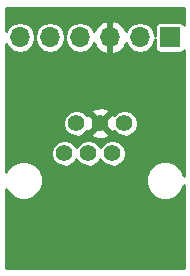
<source format=gtl>
%TF.GenerationSoftware,KiCad,Pcbnew,4.0.7*%
%TF.CreationDate,2017-12-10T14:33:21+08:00*%
%TF.ProjectId,rj12,726A31322E6B696361645F7063620000,rev?*%
%TF.FileFunction,Copper,L1,Top,Signal*%
%FSLAX46Y46*%
G04 Gerber Fmt 4.6, Leading zero omitted, Abs format (unit mm)*
G04 Created by KiCad (PCBNEW 4.0.7) date 12/10/17 14:33:21*
%MOMM*%
%LPD*%
G01*
G04 APERTURE LIST*
%ADD10C,0.100000*%
%ADD11C,0.435000*%
%ADD12C,1.400000*%
%ADD13R,1.700000X1.700000*%
%ADD14O,1.700000X1.700000*%
%ADD15C,0.254000*%
G04 APERTURE END LIST*
D10*
D11*
X13760000Y-19590000D03*
X6580000Y-5350000D03*
X6730000Y-17690000D03*
X2370000Y-17930000D03*
X13020000Y-11430000D03*
X2700000Y-12300000D03*
X11630000Y-16140000D03*
D12*
X5410000Y-12810000D03*
X6425000Y-10270000D03*
X7440000Y-12810000D03*
X8455000Y-10270000D03*
X9470000Y-12810000D03*
X10484995Y-10270000D03*
D13*
X14350000Y-3000000D03*
D14*
X11810000Y-3000000D03*
X9270000Y-3000000D03*
X6730000Y-3000000D03*
X4190000Y-3000000D03*
X1650000Y-3000000D03*
D15*
G36*
X15563000Y-1925575D02*
X15512073Y-1846433D01*
X15369381Y-1748936D01*
X15200000Y-1714635D01*
X13500000Y-1714635D01*
X13341763Y-1744409D01*
X13196433Y-1837927D01*
X13098936Y-1980619D01*
X13064635Y-2150000D01*
X13064635Y-2862546D01*
X12989794Y-2486295D01*
X12712975Y-2072007D01*
X12298687Y-1795188D01*
X11810000Y-1697982D01*
X11321313Y-1795188D01*
X10907025Y-2072007D01*
X10634691Y-2479583D01*
X10465183Y-2118642D01*
X10036924Y-1728355D01*
X9626890Y-1558524D01*
X9397000Y-1679845D01*
X9397000Y-2873000D01*
X9417000Y-2873000D01*
X9417000Y-3127000D01*
X9397000Y-3127000D01*
X9397000Y-4320155D01*
X9626890Y-4441476D01*
X10036924Y-4271645D01*
X10465183Y-3881358D01*
X10634691Y-3520417D01*
X10907025Y-3927993D01*
X11321313Y-4204812D01*
X11810000Y-4302018D01*
X12298687Y-4204812D01*
X12712975Y-3927993D01*
X12989794Y-3513705D01*
X13064635Y-3137454D01*
X13064635Y-3850000D01*
X13094409Y-4008237D01*
X13187927Y-4153567D01*
X13330619Y-4251064D01*
X13500000Y-4285365D01*
X15200000Y-4285365D01*
X15358237Y-4255591D01*
X15503567Y-4162073D01*
X15563000Y-4075090D01*
X15563000Y-14753224D01*
X15330108Y-14189582D01*
X14872825Y-13731501D01*
X14275050Y-13483283D01*
X13627789Y-13482718D01*
X13029582Y-13729892D01*
X12571501Y-14187175D01*
X12323283Y-14784950D01*
X12322718Y-15432211D01*
X12569892Y-16030418D01*
X13027175Y-16488499D01*
X13624950Y-16736717D01*
X14272211Y-16737282D01*
X14870418Y-16490108D01*
X15328499Y-16032825D01*
X15563000Y-15468084D01*
X15563000Y-22523000D01*
X477000Y-22523000D01*
X477000Y-15805602D01*
X569892Y-16030418D01*
X1027175Y-16488499D01*
X1624950Y-16736717D01*
X2272211Y-16737282D01*
X2870418Y-16490108D01*
X3328499Y-16032825D01*
X3576717Y-15435050D01*
X3577282Y-14787789D01*
X3330108Y-14189582D01*
X2872825Y-13731501D01*
X2275050Y-13483283D01*
X1627789Y-13482718D01*
X1029582Y-13729892D01*
X571501Y-14187175D01*
X477000Y-14414759D01*
X477000Y-13033191D01*
X4282805Y-13033191D01*
X4454019Y-13447560D01*
X4770772Y-13764867D01*
X5184842Y-13936804D01*
X5633191Y-13937195D01*
X6047560Y-13765981D01*
X6364867Y-13449228D01*
X6424935Y-13304567D01*
X6484019Y-13447560D01*
X6800772Y-13764867D01*
X7214842Y-13936804D01*
X7663191Y-13937195D01*
X8077560Y-13765981D01*
X8394867Y-13449228D01*
X8454935Y-13304567D01*
X8514019Y-13447560D01*
X8830772Y-13764867D01*
X9244842Y-13936804D01*
X9693191Y-13937195D01*
X10107560Y-13765981D01*
X10424867Y-13449228D01*
X10596804Y-13035158D01*
X10597195Y-12586809D01*
X10425981Y-12172440D01*
X10109228Y-11855133D01*
X9695158Y-11683196D01*
X9246809Y-11682805D01*
X8832440Y-11854019D01*
X8515133Y-12170772D01*
X8455065Y-12315433D01*
X8395981Y-12172440D01*
X8079228Y-11855133D01*
X7665158Y-11683196D01*
X7216809Y-11682805D01*
X6802440Y-11854019D01*
X6485133Y-12170772D01*
X6425065Y-12315433D01*
X6365981Y-12172440D01*
X6049228Y-11855133D01*
X5635158Y-11683196D01*
X5186809Y-11682805D01*
X4772440Y-11854019D01*
X4455133Y-12170772D01*
X4283196Y-12584842D01*
X4282805Y-13033191D01*
X477000Y-13033191D01*
X477000Y-10493191D01*
X5297805Y-10493191D01*
X5469019Y-10907560D01*
X5785772Y-11224867D01*
X6199842Y-11396804D01*
X6648191Y-11397195D01*
X7062560Y-11225981D01*
X7083302Y-11205275D01*
X7699331Y-11205275D01*
X7761169Y-11441042D01*
X8262122Y-11617419D01*
X8792440Y-11588664D01*
X9148831Y-11441042D01*
X9210669Y-11205275D01*
X8455000Y-10449605D01*
X7699331Y-11205275D01*
X7083302Y-11205275D01*
X7316594Y-10972391D01*
X7519725Y-11025669D01*
X8275395Y-10270000D01*
X8634605Y-10270000D01*
X9390275Y-11025669D01*
X9593664Y-10972323D01*
X9845767Y-11224867D01*
X10259837Y-11396804D01*
X10708186Y-11397195D01*
X11122555Y-11225981D01*
X11439862Y-10909228D01*
X11611799Y-10495158D01*
X11612190Y-10046809D01*
X11440976Y-9632440D01*
X11124223Y-9315133D01*
X10710153Y-9143196D01*
X10261804Y-9142805D01*
X9847435Y-9314019D01*
X9593402Y-9567608D01*
X9390275Y-9514331D01*
X8634605Y-10270000D01*
X8275395Y-10270000D01*
X7519725Y-9514331D01*
X7316332Y-9567678D01*
X7083786Y-9334725D01*
X7699331Y-9334725D01*
X8455000Y-10090395D01*
X9210669Y-9334725D01*
X9148831Y-9098958D01*
X8647878Y-8922581D01*
X8117560Y-8951336D01*
X7761169Y-9098958D01*
X7699331Y-9334725D01*
X7083786Y-9334725D01*
X7064228Y-9315133D01*
X6650158Y-9143196D01*
X6201809Y-9142805D01*
X5787440Y-9314019D01*
X5470133Y-9630772D01*
X5298196Y-10044842D01*
X5297805Y-10493191D01*
X477000Y-10493191D01*
X477000Y-3523873D01*
X747025Y-3927993D01*
X1161313Y-4204812D01*
X1650000Y-4302018D01*
X2138687Y-4204812D01*
X2552975Y-3927993D01*
X2829794Y-3513705D01*
X2920000Y-3060209D01*
X3010206Y-3513705D01*
X3287025Y-3927993D01*
X3701313Y-4204812D01*
X4190000Y-4302018D01*
X4678687Y-4204812D01*
X5092975Y-3927993D01*
X5369794Y-3513705D01*
X5460000Y-3060209D01*
X5550206Y-3513705D01*
X5827025Y-3927993D01*
X6241313Y-4204812D01*
X6730000Y-4302018D01*
X7218687Y-4204812D01*
X7632975Y-3927993D01*
X7905309Y-3520417D01*
X8074817Y-3881358D01*
X8503076Y-4271645D01*
X8913110Y-4441476D01*
X9143000Y-4320155D01*
X9143000Y-3127000D01*
X9123000Y-3127000D01*
X9123000Y-2873000D01*
X9143000Y-2873000D01*
X9143000Y-1679845D01*
X8913110Y-1558524D01*
X8503076Y-1728355D01*
X8074817Y-2118642D01*
X7905309Y-2479583D01*
X7632975Y-2072007D01*
X7218687Y-1795188D01*
X6730000Y-1697982D01*
X6241313Y-1795188D01*
X5827025Y-2072007D01*
X5550206Y-2486295D01*
X5460000Y-2939791D01*
X5369794Y-2486295D01*
X5092975Y-2072007D01*
X4678687Y-1795188D01*
X4190000Y-1697982D01*
X3701313Y-1795188D01*
X3287025Y-2072007D01*
X3010206Y-2486295D01*
X2920000Y-2939791D01*
X2829794Y-2486295D01*
X2552975Y-2072007D01*
X2138687Y-1795188D01*
X1650000Y-1697982D01*
X1161313Y-1795188D01*
X747025Y-2072007D01*
X477000Y-2476127D01*
X477000Y-477000D01*
X15563000Y-477000D01*
X15563000Y-1925575D01*
X15563000Y-1925575D01*
G37*
X15563000Y-1925575D02*
X15512073Y-1846433D01*
X15369381Y-1748936D01*
X15200000Y-1714635D01*
X13500000Y-1714635D01*
X13341763Y-1744409D01*
X13196433Y-1837927D01*
X13098936Y-1980619D01*
X13064635Y-2150000D01*
X13064635Y-2862546D01*
X12989794Y-2486295D01*
X12712975Y-2072007D01*
X12298687Y-1795188D01*
X11810000Y-1697982D01*
X11321313Y-1795188D01*
X10907025Y-2072007D01*
X10634691Y-2479583D01*
X10465183Y-2118642D01*
X10036924Y-1728355D01*
X9626890Y-1558524D01*
X9397000Y-1679845D01*
X9397000Y-2873000D01*
X9417000Y-2873000D01*
X9417000Y-3127000D01*
X9397000Y-3127000D01*
X9397000Y-4320155D01*
X9626890Y-4441476D01*
X10036924Y-4271645D01*
X10465183Y-3881358D01*
X10634691Y-3520417D01*
X10907025Y-3927993D01*
X11321313Y-4204812D01*
X11810000Y-4302018D01*
X12298687Y-4204812D01*
X12712975Y-3927993D01*
X12989794Y-3513705D01*
X13064635Y-3137454D01*
X13064635Y-3850000D01*
X13094409Y-4008237D01*
X13187927Y-4153567D01*
X13330619Y-4251064D01*
X13500000Y-4285365D01*
X15200000Y-4285365D01*
X15358237Y-4255591D01*
X15503567Y-4162073D01*
X15563000Y-4075090D01*
X15563000Y-14753224D01*
X15330108Y-14189582D01*
X14872825Y-13731501D01*
X14275050Y-13483283D01*
X13627789Y-13482718D01*
X13029582Y-13729892D01*
X12571501Y-14187175D01*
X12323283Y-14784950D01*
X12322718Y-15432211D01*
X12569892Y-16030418D01*
X13027175Y-16488499D01*
X13624950Y-16736717D01*
X14272211Y-16737282D01*
X14870418Y-16490108D01*
X15328499Y-16032825D01*
X15563000Y-15468084D01*
X15563000Y-22523000D01*
X477000Y-22523000D01*
X477000Y-15805602D01*
X569892Y-16030418D01*
X1027175Y-16488499D01*
X1624950Y-16736717D01*
X2272211Y-16737282D01*
X2870418Y-16490108D01*
X3328499Y-16032825D01*
X3576717Y-15435050D01*
X3577282Y-14787789D01*
X3330108Y-14189582D01*
X2872825Y-13731501D01*
X2275050Y-13483283D01*
X1627789Y-13482718D01*
X1029582Y-13729892D01*
X571501Y-14187175D01*
X477000Y-14414759D01*
X477000Y-13033191D01*
X4282805Y-13033191D01*
X4454019Y-13447560D01*
X4770772Y-13764867D01*
X5184842Y-13936804D01*
X5633191Y-13937195D01*
X6047560Y-13765981D01*
X6364867Y-13449228D01*
X6424935Y-13304567D01*
X6484019Y-13447560D01*
X6800772Y-13764867D01*
X7214842Y-13936804D01*
X7663191Y-13937195D01*
X8077560Y-13765981D01*
X8394867Y-13449228D01*
X8454935Y-13304567D01*
X8514019Y-13447560D01*
X8830772Y-13764867D01*
X9244842Y-13936804D01*
X9693191Y-13937195D01*
X10107560Y-13765981D01*
X10424867Y-13449228D01*
X10596804Y-13035158D01*
X10597195Y-12586809D01*
X10425981Y-12172440D01*
X10109228Y-11855133D01*
X9695158Y-11683196D01*
X9246809Y-11682805D01*
X8832440Y-11854019D01*
X8515133Y-12170772D01*
X8455065Y-12315433D01*
X8395981Y-12172440D01*
X8079228Y-11855133D01*
X7665158Y-11683196D01*
X7216809Y-11682805D01*
X6802440Y-11854019D01*
X6485133Y-12170772D01*
X6425065Y-12315433D01*
X6365981Y-12172440D01*
X6049228Y-11855133D01*
X5635158Y-11683196D01*
X5186809Y-11682805D01*
X4772440Y-11854019D01*
X4455133Y-12170772D01*
X4283196Y-12584842D01*
X4282805Y-13033191D01*
X477000Y-13033191D01*
X477000Y-10493191D01*
X5297805Y-10493191D01*
X5469019Y-10907560D01*
X5785772Y-11224867D01*
X6199842Y-11396804D01*
X6648191Y-11397195D01*
X7062560Y-11225981D01*
X7083302Y-11205275D01*
X7699331Y-11205275D01*
X7761169Y-11441042D01*
X8262122Y-11617419D01*
X8792440Y-11588664D01*
X9148831Y-11441042D01*
X9210669Y-11205275D01*
X8455000Y-10449605D01*
X7699331Y-11205275D01*
X7083302Y-11205275D01*
X7316594Y-10972391D01*
X7519725Y-11025669D01*
X8275395Y-10270000D01*
X8634605Y-10270000D01*
X9390275Y-11025669D01*
X9593664Y-10972323D01*
X9845767Y-11224867D01*
X10259837Y-11396804D01*
X10708186Y-11397195D01*
X11122555Y-11225981D01*
X11439862Y-10909228D01*
X11611799Y-10495158D01*
X11612190Y-10046809D01*
X11440976Y-9632440D01*
X11124223Y-9315133D01*
X10710153Y-9143196D01*
X10261804Y-9142805D01*
X9847435Y-9314019D01*
X9593402Y-9567608D01*
X9390275Y-9514331D01*
X8634605Y-10270000D01*
X8275395Y-10270000D01*
X7519725Y-9514331D01*
X7316332Y-9567678D01*
X7083786Y-9334725D01*
X7699331Y-9334725D01*
X8455000Y-10090395D01*
X9210669Y-9334725D01*
X9148831Y-9098958D01*
X8647878Y-8922581D01*
X8117560Y-8951336D01*
X7761169Y-9098958D01*
X7699331Y-9334725D01*
X7083786Y-9334725D01*
X7064228Y-9315133D01*
X6650158Y-9143196D01*
X6201809Y-9142805D01*
X5787440Y-9314019D01*
X5470133Y-9630772D01*
X5298196Y-10044842D01*
X5297805Y-10493191D01*
X477000Y-10493191D01*
X477000Y-3523873D01*
X747025Y-3927993D01*
X1161313Y-4204812D01*
X1650000Y-4302018D01*
X2138687Y-4204812D01*
X2552975Y-3927993D01*
X2829794Y-3513705D01*
X2920000Y-3060209D01*
X3010206Y-3513705D01*
X3287025Y-3927993D01*
X3701313Y-4204812D01*
X4190000Y-4302018D01*
X4678687Y-4204812D01*
X5092975Y-3927993D01*
X5369794Y-3513705D01*
X5460000Y-3060209D01*
X5550206Y-3513705D01*
X5827025Y-3927993D01*
X6241313Y-4204812D01*
X6730000Y-4302018D01*
X7218687Y-4204812D01*
X7632975Y-3927993D01*
X7905309Y-3520417D01*
X8074817Y-3881358D01*
X8503076Y-4271645D01*
X8913110Y-4441476D01*
X9143000Y-4320155D01*
X9143000Y-3127000D01*
X9123000Y-3127000D01*
X9123000Y-2873000D01*
X9143000Y-2873000D01*
X9143000Y-1679845D01*
X8913110Y-1558524D01*
X8503076Y-1728355D01*
X8074817Y-2118642D01*
X7905309Y-2479583D01*
X7632975Y-2072007D01*
X7218687Y-1795188D01*
X6730000Y-1697982D01*
X6241313Y-1795188D01*
X5827025Y-2072007D01*
X5550206Y-2486295D01*
X5460000Y-2939791D01*
X5369794Y-2486295D01*
X5092975Y-2072007D01*
X4678687Y-1795188D01*
X4190000Y-1697982D01*
X3701313Y-1795188D01*
X3287025Y-2072007D01*
X3010206Y-2486295D01*
X2920000Y-2939791D01*
X2829794Y-2486295D01*
X2552975Y-2072007D01*
X2138687Y-1795188D01*
X1650000Y-1697982D01*
X1161313Y-1795188D01*
X747025Y-2072007D01*
X477000Y-2476127D01*
X477000Y-477000D01*
X15563000Y-477000D01*
X15563000Y-1925575D01*
M02*

</source>
